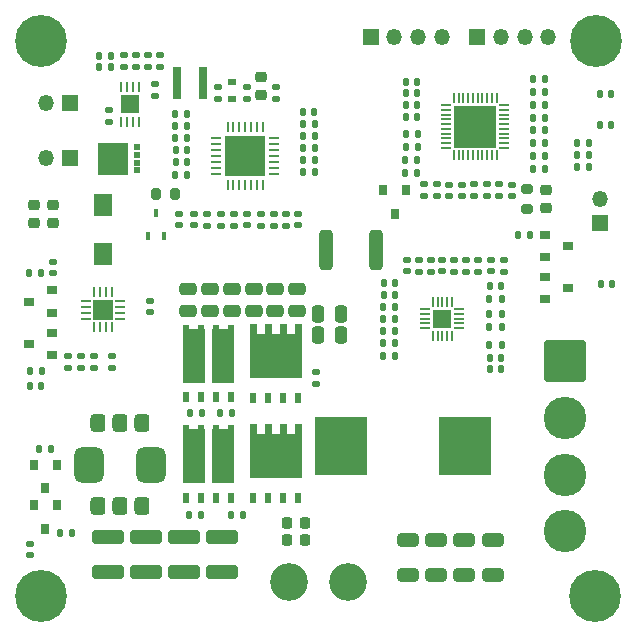
<source format=gbr>
%TF.GenerationSoftware,KiCad,Pcbnew,(6.0.0)*%
%TF.CreationDate,2022-03-25T21:17:58+08:00*%
%TF.ProjectId,WirelessPowerP40_Receiver,57697265-6c65-4737-9350-6f7765725034,rev?*%
%TF.SameCoordinates,Original*%
%TF.FileFunction,Soldermask,Top*%
%TF.FilePolarity,Negative*%
%FSLAX46Y46*%
G04 Gerber Fmt 4.6, Leading zero omitted, Abs format (unit mm)*
G04 Created by KiCad (PCBNEW (6.0.0)) date 2022-03-25 21:17:58*
%MOMM*%
%LPD*%
G01*
G04 APERTURE LIST*
G04 Aperture macros list*
%AMRoundRect*
0 Rectangle with rounded corners*
0 $1 Rounding radius*
0 $2 $3 $4 $5 $6 $7 $8 $9 X,Y pos of 4 corners*
0 Add a 4 corners polygon primitive as box body*
4,1,4,$2,$3,$4,$5,$6,$7,$8,$9,$2,$3,0*
0 Add four circle primitives for the rounded corners*
1,1,$1+$1,$2,$3*
1,1,$1+$1,$4,$5*
1,1,$1+$1,$6,$7*
1,1,$1+$1,$8,$9*
0 Add four rect primitives between the rounded corners*
20,1,$1+$1,$2,$3,$4,$5,0*
20,1,$1+$1,$4,$5,$6,$7,0*
20,1,$1+$1,$6,$7,$8,$9,0*
20,1,$1+$1,$8,$9,$2,$3,0*%
%AMFreePoly0*
4,1,17,2.675000,1.605000,1.875000,1.605000,1.875000,0.935000,2.675000,0.935000,2.675000,0.335000,1.875000,0.335000,1.875000,-0.335000,2.675000,-0.335000,2.675000,-0.935000,1.875000,-0.935000,1.875000,-1.605000,2.675000,-1.605000,2.675000,-2.205000,-1.875000,-2.205000,-1.875000,2.205000,2.675000,2.205000,2.675000,1.605000,2.675000,1.605000,$1*%
G04 Aperture macros list end*
%ADD10C,0.010000*%
%ADD11RoundRect,0.135000X0.185000X-0.135000X0.185000X0.135000X-0.185000X0.135000X-0.185000X-0.135000X0*%
%ADD12RoundRect,0.135000X-0.135000X-0.185000X0.135000X-0.185000X0.135000X0.185000X-0.135000X0.185000X0*%
%ADD13RoundRect,0.140000X-0.140000X-0.170000X0.140000X-0.170000X0.140000X0.170000X-0.140000X0.170000X0*%
%ADD14RoundRect,0.135000X0.135000X0.185000X-0.135000X0.185000X-0.135000X-0.185000X0.135000X-0.185000X0*%
%ADD15RoundRect,0.250000X0.650000X-0.325000X0.650000X0.325000X-0.650000X0.325000X-0.650000X-0.325000X0*%
%ADD16RoundRect,0.250000X1.100000X-0.325000X1.100000X0.325000X-1.100000X0.325000X-1.100000X-0.325000X0*%
%ADD17R,0.610000X0.830000*%
%ADD18R,1.970000X4.600000*%
%ADD19O,0.250000X0.850000*%
%ADD20R,1.600000X1.600000*%
%ADD21R,1.350000X1.350000*%
%ADD22O,1.350000X1.350000*%
%ADD23RoundRect,0.135000X-0.185000X0.135000X-0.185000X-0.135000X0.185000X-0.135000X0.185000X0.135000X0*%
%ADD24C,0.700000*%
%ADD25C,4.400000*%
%ADD26R,0.900000X0.800000*%
%ADD27RoundRect,0.317500X0.317500X0.442500X-0.317500X0.442500X-0.317500X-0.442500X0.317500X-0.442500X0*%
%ADD28RoundRect,0.635000X0.635000X0.865000X-0.635000X0.865000X-0.635000X-0.865000X0.635000X-0.865000X0*%
%ADD29RoundRect,0.140000X0.170000X-0.140000X0.170000X0.140000X-0.170000X0.140000X-0.170000X-0.140000X0*%
%ADD30RoundRect,0.140000X-0.170000X0.140000X-0.170000X-0.140000X0.170000X-0.140000X0.170000X0.140000X0*%
%ADD31RoundRect,0.147500X-0.147500X-0.172500X0.147500X-0.172500X0.147500X0.172500X-0.147500X0.172500X0*%
%ADD32RoundRect,0.062500X-0.350000X-0.062500X0.350000X-0.062500X0.350000X0.062500X-0.350000X0.062500X0*%
%ADD33RoundRect,0.062500X-0.062500X-0.350000X0.062500X-0.350000X0.062500X0.350000X-0.062500X0.350000X0*%
%ADD34R,1.700000X1.700000*%
%ADD35RoundRect,0.200000X-0.275000X0.200000X-0.275000X-0.200000X0.275000X-0.200000X0.275000X0.200000X0*%
%ADD36R,1.600000X1.900000*%
%ADD37RoundRect,0.140000X0.140000X0.170000X-0.140000X0.170000X-0.140000X-0.170000X0.140000X-0.170000X0*%
%ADD38FreePoly0,90.000000*%
%ADD39R,0.500000X0.850000*%
%ADD40RoundRect,0.225000X0.225000X0.250000X-0.225000X0.250000X-0.225000X-0.250000X0.225000X-0.250000X0*%
%ADD41RoundRect,0.147500X0.147500X0.172500X-0.147500X0.172500X-0.147500X-0.172500X0.147500X-0.172500X0*%
%ADD42RoundRect,0.050000X-0.050000X0.375000X-0.050000X-0.375000X0.050000X-0.375000X0.050000X0.375000X0*%
%ADD43RoundRect,0.050000X-0.375000X0.050000X-0.375000X-0.050000X0.375000X-0.050000X0.375000X0.050000X0*%
%ADD44R,1.650000X1.650000*%
%ADD45RoundRect,0.250000X-0.475000X0.250000X-0.475000X-0.250000X0.475000X-0.250000X0.475000X0.250000X0*%
%ADD46C,3.200000*%
%ADD47RoundRect,0.250000X0.250000X0.475000X-0.250000X0.475000X-0.250000X-0.475000X0.250000X-0.475000X0*%
%ADD48R,0.800000X0.900000*%
%ADD49R,0.630000X0.500000*%
%ADD50RoundRect,0.062500X0.062500X-0.337500X0.062500X0.337500X-0.062500X0.337500X-0.062500X-0.337500X0*%
%ADD51RoundRect,0.062500X0.337500X-0.062500X0.337500X0.062500X-0.337500X0.062500X-0.337500X-0.062500X0*%
%ADD52R,3.350000X3.350000*%
%ADD53R,0.700000X0.600000*%
%ADD54RoundRect,0.250000X-0.312500X-1.450000X0.312500X-1.450000X0.312500X1.450000X-0.312500X1.450000X0*%
%ADD55RoundRect,0.352940X-1.447060X1.447060X-1.447060X-1.447060X1.447060X-1.447060X1.447060X1.447060X0*%
%ADD56C,3.600000*%
%ADD57RoundRect,0.225000X0.250000X-0.225000X0.250000X0.225000X-0.250000X0.225000X-0.250000X-0.225000X0*%
%ADD58RoundRect,0.225000X-0.250000X0.225000X-0.250000X-0.225000X0.250000X-0.225000X0.250000X0.225000X0*%
%ADD59R,4.500000X5.000000*%
%ADD60RoundRect,0.200000X0.200000X0.275000X-0.200000X0.275000X-0.200000X-0.275000X0.200000X-0.275000X0*%
%ADD61R,0.800000X2.700000*%
%ADD62RoundRect,0.062500X0.062500X-0.350000X0.062500X0.350000X-0.062500X0.350000X-0.062500X-0.350000X0*%
%ADD63RoundRect,0.062500X0.350000X-0.062500X0.350000X0.062500X-0.350000X0.062500X-0.350000X-0.062500X0*%
%ADD64R,3.600000X3.600000*%
%ADD65R,0.450000X0.700000*%
G04 APERTURE END LIST*
D10*
%TO.C,U9*%
X119097500Y-82825000D02*
X116587500Y-82825000D01*
X116587500Y-82825000D02*
X116587500Y-80175000D01*
X116587500Y-80175000D02*
X119097500Y-80175000D01*
X119097500Y-80175000D02*
X119097500Y-82825000D01*
G36*
X119097500Y-82825000D02*
G01*
X116587500Y-82825000D01*
X116587500Y-80175000D01*
X119097500Y-80175000D01*
X119097500Y-82825000D01*
G37*
X119097500Y-82825000D02*
X116587500Y-82825000D01*
X116587500Y-80175000D01*
X119097500Y-80175000D01*
X119097500Y-82825000D01*
%TD*%
D11*
%TO.C,R67*%
X148765001Y-91049998D03*
X148765001Y-90029998D03*
%TD*%
D12*
%TO.C,R12*%
X124320000Y-111640000D03*
X125340000Y-111640000D03*
%TD*%
D13*
%TO.C,C56*%
X116720000Y-73700000D03*
X117680000Y-73700000D03*
%TD*%
D12*
%TO.C,R48*%
X153445000Y-80148926D03*
X154465000Y-80148926D03*
%TD*%
D14*
%TO.C,R39*%
X154475000Y-75831786D03*
X153455000Y-75831786D03*
%TD*%
D15*
%TO.C,C62*%
X147630001Y-116755000D03*
X147630001Y-113805000D03*
%TD*%
D16*
%TO.C,C52*%
X120680000Y-116485000D03*
X120680000Y-113535000D03*
%TD*%
D17*
%TO.C,U6*%
X124095000Y-101660000D03*
X125365000Y-101660000D03*
X126635000Y-101660000D03*
X127905000Y-101660000D03*
X127905000Y-95980000D03*
D18*
X127220000Y-98180000D03*
D17*
X126635000Y-95980000D03*
X125365000Y-95980000D03*
X124095000Y-95980000D03*
D18*
X124780000Y-98180000D03*
%TD*%
D19*
%TO.C,U8*%
X120050000Y-75450000D03*
X119550000Y-75450000D03*
X119050000Y-75450000D03*
X118550000Y-75450000D03*
X118550000Y-78350000D03*
X119050000Y-78350000D03*
X119550000Y-78350000D03*
X120050000Y-78350000D03*
D20*
X119300000Y-76900000D03*
%TD*%
D13*
%TO.C,C30*%
X157195000Y-81175001D03*
X158155000Y-81175001D03*
%TD*%
D21*
%TO.C,J3*%
X139700000Y-71175000D03*
D22*
X141700000Y-71175000D03*
X143700000Y-71175000D03*
X145700000Y-71175000D03*
%TD*%
D23*
%TO.C,R26*%
X128120833Y-86135000D03*
X128120833Y-87155000D03*
%TD*%
D12*
%TO.C,R16*%
X123167500Y-77697500D03*
X124187500Y-77697500D03*
%TD*%
D13*
%TO.C,C14*%
X153475000Y-79042141D03*
X154435000Y-79042141D03*
%TD*%
D17*
%TO.C,U7*%
X124075000Y-110180000D03*
X125345000Y-110180000D03*
X126615000Y-110180000D03*
X127885000Y-110180000D03*
D18*
X127200000Y-106700000D03*
D17*
X127885000Y-104500000D03*
X126615000Y-104500000D03*
X125345000Y-104500000D03*
X124075000Y-104500000D03*
D18*
X124760000Y-106700000D03*
%TD*%
D23*
%TO.C,R19*%
X131692501Y-75387500D03*
X131692501Y-76407500D03*
%TD*%
D24*
%TO.C,H3*%
X111800000Y-116850000D03*
X111800000Y-120150000D03*
X112966726Y-119666726D03*
X110633274Y-117333274D03*
D25*
X111800000Y-118500000D03*
D24*
X110633274Y-119666726D03*
X112966726Y-117333274D03*
X110150000Y-118500000D03*
X113450000Y-118500000D03*
%TD*%
D21*
%TO.C,J6*%
X114200000Y-76800000D03*
D22*
X112200000Y-76800000D03*
%TD*%
D13*
%TO.C,C8*%
X123197500Y-81772500D03*
X124157500Y-81772500D03*
%TD*%
D14*
%TO.C,R9*%
X128920000Y-111660000D03*
X127900000Y-111660000D03*
%TD*%
D26*
%TO.C,D1*%
X154425000Y-87950000D03*
X154425000Y-89850000D03*
X156425000Y-88900000D03*
%TD*%
D23*
%TO.C,R46*%
X149510715Y-83655001D03*
X149510715Y-84675001D03*
%TD*%
D13*
%TO.C,C22*%
X140784999Y-92039999D03*
X141744999Y-92039999D03*
%TD*%
D27*
%TO.C,L3*%
X120350000Y-103870000D03*
X118500000Y-103870000D03*
X116650000Y-103870000D03*
X116650000Y-110930000D03*
X118500000Y-110930000D03*
X120350000Y-110930000D03*
D28*
X115880000Y-107400000D03*
X121120000Y-107400000D03*
%TD*%
D12*
%TO.C,R56*%
X140755000Y-94029998D03*
X141775000Y-94029998D03*
%TD*%
D29*
%TO.C,C61*%
X145765000Y-91019998D03*
X145765000Y-90059998D03*
%TD*%
%TO.C,C19*%
X146347860Y-84645001D03*
X146347860Y-83685001D03*
%TD*%
D14*
%TO.C,R59*%
X141785000Y-96049998D03*
X140765000Y-96049998D03*
%TD*%
D13*
%TO.C,C42*%
X153475000Y-82372501D03*
X154435000Y-82372501D03*
%TD*%
D30*
%TO.C,C37*%
X133575000Y-86170000D03*
X133575000Y-87130000D03*
%TD*%
D31*
%TO.C,LED4*%
X110855000Y-100700000D03*
X111825000Y-100700000D03*
%TD*%
D11*
%TO.C,R41*%
X120866666Y-73700000D03*
X120866666Y-72680000D03*
%TD*%
D32*
%TO.C,U1*%
X115562500Y-93525000D03*
X115562500Y-94025000D03*
X115562500Y-94525000D03*
X115562500Y-95025000D03*
D33*
X116275000Y-95737500D03*
X116775000Y-95737500D03*
X117275000Y-95737500D03*
X117775000Y-95737500D03*
D32*
X118487500Y-95025000D03*
X118487500Y-94525000D03*
X118487500Y-94025000D03*
X118487500Y-93525000D03*
D33*
X117775000Y-92812500D03*
X117275000Y-92812500D03*
X116775000Y-92812500D03*
X116275000Y-92812500D03*
D34*
X117025000Y-94275000D03*
%TD*%
D23*
%TO.C,R64*%
X144765000Y-90029997D03*
X144765000Y-91049997D03*
%TD*%
D14*
%TO.C,R5*%
X111852436Y-99480741D03*
X110832436Y-99480741D03*
%TD*%
%TO.C,R50*%
X134965001Y-79557500D03*
X133945001Y-79557500D03*
%TD*%
D35*
%TO.C,R7*%
X152975000Y-84070000D03*
X152975000Y-85720000D03*
%TD*%
D36*
%TO.C,L1*%
X117037436Y-89530742D03*
X117037436Y-85430742D03*
%TD*%
D30*
%TO.C,C36*%
X124742501Y-86165001D03*
X124742501Y-87125001D03*
%TD*%
D11*
%TO.C,R45*%
X119833333Y-73710000D03*
X119833333Y-72690000D03*
%TD*%
D37*
%TO.C,C33*%
X143660000Y-77940000D03*
X142700000Y-77940000D03*
%TD*%
D14*
%TO.C,R40*%
X154475000Y-74715000D03*
X153455000Y-74715000D03*
%TD*%
D11*
%TO.C,R55*%
X145293575Y-84675001D03*
X145293575Y-83655001D03*
%TD*%
D38*
%TO.C,Q5*%
X131665000Y-98159999D03*
D39*
X129760000Y-101709999D03*
X131030000Y-101709999D03*
X132300000Y-101709999D03*
X133570000Y-101709999D03*
%TD*%
D23*
%TO.C,R54*%
X144229291Y-83655001D03*
X144229291Y-84675001D03*
%TD*%
D29*
%TO.C,C1*%
X112800000Y-91180000D03*
X112800000Y-90220000D03*
%TD*%
D12*
%TO.C,R61*%
X140760000Y-97100000D03*
X141780000Y-97100000D03*
%TD*%
D23*
%TO.C,R42*%
X121900000Y-72690000D03*
X121900000Y-73710000D03*
%TD*%
D11*
%TO.C,R68*%
X147765000Y-91049999D03*
X147765000Y-90029999D03*
%TD*%
D23*
%TO.C,R11*%
X150575000Y-83655001D03*
X150575000Y-84675001D03*
%TD*%
D26*
%TO.C,U2*%
X112742436Y-98130741D03*
X112742436Y-96230741D03*
X110742436Y-97180741D03*
%TD*%
D40*
%TO.C,C6*%
X134165000Y-112320000D03*
X132615000Y-112320000D03*
%TD*%
D41*
%TO.C,LED2*%
X160060000Y-78650000D03*
X159090000Y-78650000D03*
%TD*%
D24*
%TO.C,H1*%
X157633274Y-72666726D03*
X158800000Y-69850000D03*
X157633274Y-70333274D03*
D25*
X158800000Y-71500000D03*
D24*
X159966726Y-70333274D03*
X157150000Y-71500000D03*
X158800000Y-73150000D03*
X159966726Y-72666726D03*
X160450000Y-71500000D03*
%TD*%
D14*
%TO.C,R30*%
X112660000Y-106100000D03*
X111640000Y-106100000D03*
%TD*%
D42*
%TO.C,U3*%
X146565000Y-93589998D03*
X146165000Y-93589998D03*
X145765000Y-93589998D03*
X145365000Y-93589998D03*
X144965000Y-93589998D03*
D43*
X144315000Y-94239998D03*
X144315000Y-94639998D03*
X144315000Y-95039998D03*
X144315000Y-95439998D03*
X144315000Y-95839998D03*
D42*
X144965000Y-96489998D03*
X145365000Y-96489998D03*
X145765000Y-96489998D03*
X146165000Y-96489998D03*
X146565000Y-96489998D03*
D43*
X147215000Y-95839998D03*
X147215000Y-95439998D03*
X147215000Y-95039998D03*
X147215000Y-94639998D03*
X147215000Y-94239998D03*
D44*
X145765000Y-95039998D03*
%TD*%
D14*
%TO.C,R57*%
X150775000Y-95739998D03*
X149755000Y-95739998D03*
%TD*%
D45*
%TO.C,C46*%
X131625715Y-92480000D03*
X131625715Y-94380000D03*
%TD*%
D12*
%TO.C,R8*%
X126900000Y-103000000D03*
X127920000Y-103000000D03*
%TD*%
%TO.C,R33*%
X153445000Y-78005000D03*
X154465000Y-78005000D03*
%TD*%
D24*
%TO.C,H2*%
X157533274Y-119666726D03*
X158700000Y-120150000D03*
X160350000Y-118500000D03*
X159866726Y-117333274D03*
X157050000Y-118500000D03*
D25*
X158700000Y-118500000D03*
D24*
X157533274Y-117333274D03*
X159866726Y-119666726D03*
X158700000Y-116850000D03*
%TD*%
D30*
%TO.C,C16*%
X151629289Y-83685001D03*
X151629289Y-84645001D03*
%TD*%
D46*
%TO.C,J5*%
X132800000Y-117300000D03*
X137800000Y-117300000D03*
%TD*%
D37*
%TO.C,C17*%
X150745000Y-99325000D03*
X149785000Y-99325000D03*
%TD*%
D12*
%TO.C,R34*%
X153454999Y-76948570D03*
X154474999Y-76948570D03*
%TD*%
D16*
%TO.C,C53*%
X123880000Y-116485000D03*
X123880000Y-113535000D03*
%TD*%
D12*
%TO.C,R10*%
X124360000Y-103000000D03*
X125380000Y-103000000D03*
%TD*%
D37*
%TO.C,C26*%
X143655000Y-75960001D03*
X142695000Y-75960001D03*
%TD*%
D23*
%TO.C,R25*%
X125847501Y-86135001D03*
X125847501Y-87155001D03*
%TD*%
D12*
%TO.C,R18*%
X142635000Y-81575001D03*
X143655000Y-81575001D03*
%TD*%
D30*
%TO.C,C20*%
X142765001Y-90049998D03*
X142765001Y-91009998D03*
%TD*%
D37*
%TO.C,C24*%
X143655000Y-74970002D03*
X142695000Y-74970002D03*
%TD*%
D23*
%TO.C,R17*%
X126730000Y-75397500D03*
X126730000Y-76417500D03*
%TD*%
D12*
%TO.C,R35*%
X153445000Y-81265710D03*
X154465000Y-81265710D03*
%TD*%
D38*
%TO.C,Q6*%
X131650000Y-106700000D03*
D39*
X129745000Y-110250000D03*
X131015000Y-110250000D03*
X132285000Y-110250000D03*
X133555000Y-110250000D03*
%TD*%
D14*
%TO.C,R69*%
X150775000Y-97275000D03*
X149755000Y-97275000D03*
%TD*%
D47*
%TO.C,C3*%
X137170000Y-94625715D03*
X135270000Y-94625715D03*
%TD*%
D23*
%TO.C,R28*%
X132570000Y-86140000D03*
X132570000Y-87160000D03*
%TD*%
D29*
%TO.C,C9*%
X110850000Y-115080000D03*
X110850000Y-114120000D03*
%TD*%
D48*
%TO.C,Q2*%
X113100000Y-107400000D03*
X111200000Y-107400000D03*
X112150000Y-109400000D03*
%TD*%
D49*
%TO.C,U9*%
X119872500Y-82475000D03*
X119872500Y-81825000D03*
X119872500Y-81175000D03*
X119872500Y-80525000D03*
%TD*%
D45*
%TO.C,C47*%
X129781430Y-92480000D03*
X129781430Y-94380000D03*
%TD*%
D37*
%TO.C,C15*%
X150745000Y-98335002D03*
X149785000Y-98335002D03*
%TD*%
%TO.C,C23*%
X141744999Y-93029998D03*
X140784999Y-93029998D03*
%TD*%
D45*
%TO.C,C50*%
X124248575Y-92480000D03*
X124248575Y-94380000D03*
%TD*%
D23*
%TO.C,R44*%
X118800000Y-72690000D03*
X118800000Y-73710000D03*
%TD*%
D29*
%TO.C,C58*%
X149865001Y-91019999D03*
X149865001Y-90059999D03*
%TD*%
D23*
%TO.C,R13*%
X116262436Y-98170742D03*
X116262436Y-99190742D03*
%TD*%
D21*
%TO.C,J7*%
X114200000Y-81456977D03*
D22*
X112200000Y-81456977D03*
%TD*%
D29*
%TO.C,C57*%
X117510001Y-78350000D03*
X117510001Y-77390000D03*
%TD*%
D13*
%TO.C,C7*%
X123197500Y-80772500D03*
X124157500Y-80772500D03*
%TD*%
D23*
%TO.C,R27*%
X131510831Y-86135001D03*
X131510831Y-87155001D03*
%TD*%
D30*
%TO.C,C28*%
X129247499Y-86165001D03*
X129247499Y-87125001D03*
%TD*%
D50*
%TO.C,U4*%
X127577500Y-83717500D03*
X128077500Y-83717500D03*
X128577500Y-83717500D03*
X129077500Y-83717500D03*
X129577500Y-83717500D03*
X130077500Y-83717500D03*
X130577500Y-83717500D03*
D51*
X131527500Y-82767500D03*
X131527500Y-82267500D03*
X131527500Y-81767500D03*
X131527500Y-81267500D03*
X131527500Y-80767500D03*
X131527500Y-80267500D03*
X131527500Y-79767500D03*
D50*
X130577500Y-78817500D03*
X130077500Y-78817500D03*
X129577500Y-78817500D03*
X129077500Y-78817500D03*
X128577500Y-78817500D03*
X128077500Y-78817500D03*
X127577500Y-78817500D03*
D51*
X126627500Y-79767500D03*
X126627500Y-80267500D03*
X126627500Y-80767500D03*
X126627500Y-81267500D03*
X126627500Y-81767500D03*
X126627500Y-82267500D03*
X126627500Y-82767500D03*
D52*
X129077500Y-81267500D03*
%TD*%
D13*
%TO.C,C32*%
X149785000Y-92239999D03*
X150745000Y-92239999D03*
%TD*%
D37*
%TO.C,C29*%
X143654999Y-76950000D03*
X142694999Y-76950000D03*
%TD*%
D14*
%TO.C,R49*%
X134965001Y-80557500D03*
X133945001Y-80557500D03*
%TD*%
D15*
%TO.C,C60*%
X145230001Y-116755000D03*
X145230001Y-113805000D03*
%TD*%
D41*
%TO.C,LED3*%
X160160000Y-92110000D03*
X159190000Y-92110000D03*
%TD*%
D47*
%TO.C,C2*%
X137170000Y-96380000D03*
X135270000Y-96380000D03*
%TD*%
D37*
%TO.C,C31*%
X134935001Y-77510000D03*
X133975001Y-77510000D03*
%TD*%
D53*
%TO.C,D4*%
X127970000Y-75020000D03*
X127970000Y-76420000D03*
%TD*%
D14*
%TO.C,R52*%
X134965001Y-82647500D03*
X133945001Y-82647500D03*
%TD*%
D11*
%TO.C,R65*%
X143760000Y-91049997D03*
X143760000Y-90029997D03*
%TD*%
D14*
%TO.C,R23*%
X124187499Y-82872499D03*
X123167499Y-82872499D03*
%TD*%
D23*
%TO.C,R4*%
X114112436Y-98170742D03*
X114112436Y-99190742D03*
%TD*%
D12*
%TO.C,R58*%
X140760001Y-98200000D03*
X141780001Y-98200000D03*
%TD*%
D14*
%TO.C,R3*%
X153160000Y-87950000D03*
X152140000Y-87950000D03*
%TD*%
%TO.C,R6*%
X124187500Y-79747500D03*
X123167500Y-79747500D03*
%TD*%
D37*
%TO.C,C12*%
X114380000Y-113200000D03*
X113420000Y-113200000D03*
%TD*%
D15*
%TO.C,C59*%
X150030000Y-116755000D03*
X150030000Y-113805000D03*
%TD*%
D54*
%TO.C,R31*%
X135891581Y-89230258D03*
X140166581Y-89230258D03*
%TD*%
D48*
%TO.C,Q4*%
X113100000Y-110800000D03*
X111200000Y-110800000D03*
X112150000Y-112800000D03*
%TD*%
D16*
%TO.C,C51*%
X117480000Y-116485000D03*
X117480000Y-113535000D03*
%TD*%
D13*
%TO.C,C34*%
X157194999Y-80175000D03*
X158154999Y-80175000D03*
%TD*%
D23*
%TO.C,R29*%
X130374165Y-86135001D03*
X130374165Y-87155001D03*
%TD*%
D14*
%TO.C,R53*%
X150775000Y-94639997D03*
X149755000Y-94639997D03*
%TD*%
D29*
%TO.C,C13*%
X147392145Y-84645001D03*
X147392145Y-83685001D03*
%TD*%
D55*
%TO.C,J4*%
X156120000Y-98630000D03*
D56*
X156120000Y-103430000D03*
X156120000Y-108230000D03*
X156120000Y-113030000D03*
%TD*%
D23*
%TO.C,R66*%
X146760000Y-90029997D03*
X146760000Y-91049997D03*
%TD*%
D12*
%TO.C,R43*%
X116700001Y-72769999D03*
X117720001Y-72769999D03*
%TD*%
D57*
%TO.C,C25*%
X130437500Y-76132500D03*
X130437500Y-74582500D03*
%TD*%
D58*
%TO.C,C18*%
X112810000Y-85425000D03*
X112810000Y-86975000D03*
%TD*%
D29*
%TO.C,C35*%
X129190000Y-76407500D03*
X129190000Y-75447500D03*
%TD*%
D16*
%TO.C,C54*%
X127080000Y-116485000D03*
X127080000Y-113535000D03*
%TD*%
D29*
%TO.C,C55*%
X121400000Y-76160000D03*
X121400000Y-75200000D03*
%TD*%
D45*
%TO.C,C48*%
X127937145Y-92480000D03*
X127937145Y-94380000D03*
%TD*%
D12*
%TO.C,R60*%
X140755000Y-95039998D03*
X141775000Y-95039998D03*
%TD*%
D21*
%TO.C,J2*%
X148725000Y-71175000D03*
D22*
X150725000Y-71175000D03*
X152725000Y-71175000D03*
X154725000Y-71175000D03*
%TD*%
D15*
%TO.C,C63*%
X142830000Y-116755000D03*
X142830000Y-113805000D03*
%TD*%
D58*
%TO.C,C21*%
X111200000Y-85425000D03*
X111200000Y-86975000D03*
%TD*%
D13*
%TO.C,C27*%
X157195000Y-82175001D03*
X158155000Y-82175001D03*
%TD*%
D41*
%TO.C,LED1*%
X160060000Y-76000000D03*
X159090000Y-76000000D03*
%TD*%
D45*
%TO.C,C45*%
X133470000Y-92480000D03*
X133470000Y-94380000D03*
%TD*%
D59*
%TO.C,L4*%
X137190000Y-105810000D03*
X147690000Y-105810000D03*
%TD*%
D26*
%TO.C,D3*%
X154425000Y-91500000D03*
X154425000Y-93400000D03*
X156425000Y-92450000D03*
%TD*%
D21*
%TO.C,J1*%
X159130000Y-86900000D03*
D22*
X159130000Y-84900000D03*
%TD*%
D12*
%TO.C,R2*%
X110732436Y-91180741D03*
X111752436Y-91180741D03*
%TD*%
D11*
%TO.C,R14*%
X115179860Y-99190742D03*
X115179860Y-98170742D03*
%TD*%
D23*
%TO.C,R1*%
X117787436Y-98170742D03*
X117787436Y-99190742D03*
%TD*%
D14*
%TO.C,R38*%
X143685000Y-80535000D03*
X142665000Y-80535000D03*
%TD*%
D23*
%TO.C,R24*%
X126984167Y-86135000D03*
X126984167Y-87155000D03*
%TD*%
D24*
%TO.C,H4*%
X110633274Y-72666726D03*
D25*
X111800000Y-71500000D03*
D24*
X110633274Y-70333274D03*
X110150000Y-71500000D03*
X113450000Y-71500000D03*
X112966726Y-72666726D03*
X111800000Y-69850000D03*
X111800000Y-73150000D03*
X112966726Y-70333274D03*
%TD*%
D29*
%TO.C,C5*%
X123510000Y-87140000D03*
X123510000Y-86180000D03*
%TD*%
%TO.C,C11*%
X121012436Y-94500742D03*
X121012436Y-93540742D03*
%TD*%
D11*
%TO.C,R47*%
X148446430Y-84675001D03*
X148446430Y-83655001D03*
%TD*%
D12*
%TO.C,R20*%
X123167500Y-78697500D03*
X124187500Y-78697500D03*
%TD*%
D60*
%TO.C,R15*%
X123165000Y-84480000D03*
X121515000Y-84480000D03*
%TD*%
D14*
%TO.C,R62*%
X150775000Y-93339999D03*
X149755000Y-93339999D03*
%TD*%
D40*
%TO.C,C4*%
X134165000Y-113770000D03*
X132615000Y-113770000D03*
%TD*%
D61*
%TO.C,L2*%
X123270000Y-75060000D03*
X125470000Y-75060000D03*
%TD*%
D14*
%TO.C,R32*%
X143685000Y-79434999D03*
X142665000Y-79434999D03*
%TD*%
D62*
%TO.C,U5*%
X146755000Y-81205001D03*
X147155000Y-81205001D03*
X147555000Y-81205001D03*
X147955000Y-81205001D03*
X148355000Y-81205001D03*
X148755000Y-81205001D03*
X149155000Y-81205001D03*
X149555000Y-81205001D03*
X149955000Y-81205001D03*
X150355000Y-81205001D03*
D63*
X150992500Y-80567501D03*
X150992500Y-80167501D03*
X150992500Y-79767501D03*
X150992500Y-79367501D03*
X150992500Y-78967501D03*
X150992500Y-78567501D03*
X150992500Y-78167501D03*
X150992500Y-77767501D03*
X150992500Y-77367501D03*
X150992500Y-76967501D03*
D62*
X150355000Y-76330001D03*
X149955000Y-76330001D03*
X149555000Y-76330001D03*
X149155000Y-76330001D03*
X148755000Y-76330001D03*
X148355000Y-76330001D03*
X147955000Y-76330001D03*
X147555000Y-76330001D03*
X147155000Y-76330001D03*
X146755000Y-76330001D03*
D63*
X146117500Y-76967501D03*
X146117500Y-77367501D03*
X146117500Y-77767501D03*
X146117500Y-78167501D03*
X146117500Y-78567501D03*
X146117500Y-78967501D03*
X146117500Y-79367501D03*
X146117500Y-79767501D03*
X146117500Y-80167501D03*
X146117500Y-80567501D03*
D64*
X148555000Y-78767501D03*
%TD*%
D14*
%TO.C,R51*%
X134967500Y-81607500D03*
X133947500Y-81607500D03*
%TD*%
D65*
%TO.C,D2*%
X120870000Y-88060000D03*
X122170000Y-88060000D03*
X121520000Y-86060000D03*
%TD*%
D11*
%TO.C,R63*%
X150965001Y-91049998D03*
X150965001Y-90029998D03*
%TD*%
D45*
%TO.C,C49*%
X126092860Y-92480000D03*
X126092860Y-94380000D03*
%TD*%
D12*
%TO.C,R21*%
X142635000Y-82675000D03*
X143655000Y-82675000D03*
%TD*%
D23*
%TO.C,NCP15XW153J03RC1*%
X135090000Y-99540000D03*
X135090000Y-100560000D03*
%TD*%
D26*
%TO.C,Q1*%
X112742436Y-94530742D03*
X112742436Y-92630742D03*
X110742436Y-93580742D03*
%TD*%
D48*
%TO.C,Q3*%
X142670000Y-84150000D03*
X140770000Y-84150000D03*
X141720000Y-86150000D03*
%TD*%
D57*
%TO.C,C10*%
X154575000Y-85670000D03*
X154575000Y-84120000D03*
%TD*%
D14*
%TO.C,R22*%
X134960000Y-78530000D03*
X133940000Y-78530000D03*
%TD*%
M02*

</source>
